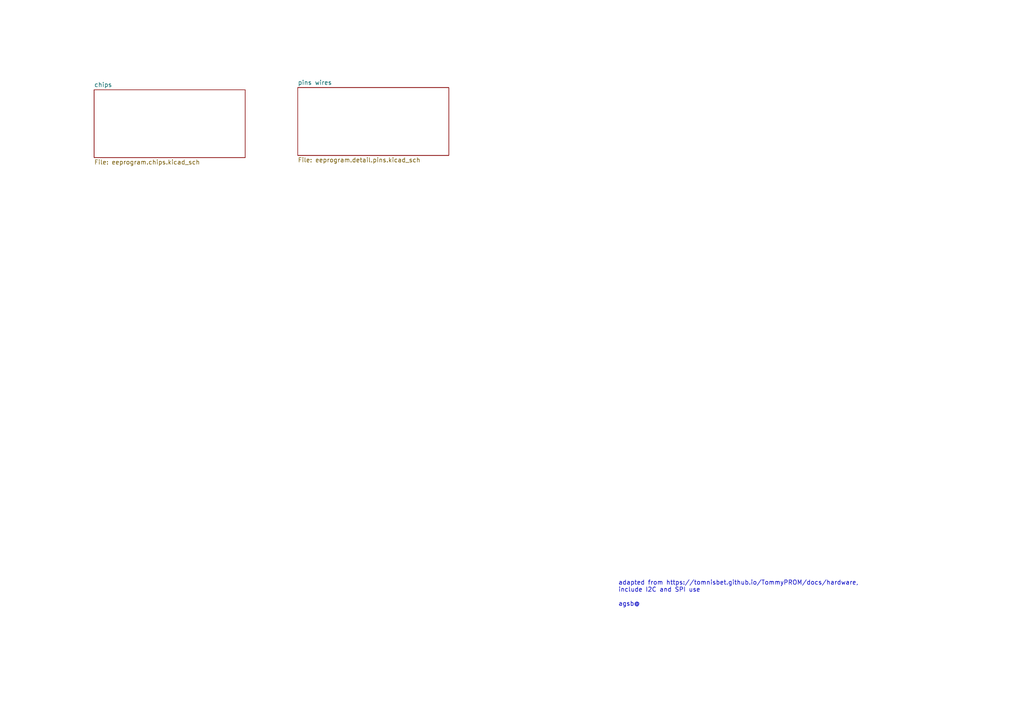
<source format=kicad_sch>
(kicad_sch
	(version 20250114)
	(generator "eeschema")
	(generator_version "9.0")
	(uuid "e63e39d7-6ac0-4ffd-8aa3-1841a4541b55")
	(paper "A4")
	(lib_symbols)
	(text "adapted from https://tomnisbet.github.io/TommyPROM/docs/hardware,\ninclude I2C and SPI use\n\nagsb@"
		(exclude_from_sim no)
		(at 179.324 172.212 0)
		(effects
			(font
				(size 1.27 1.27)
			)
			(justify left)
		)
		(uuid "251b4d8b-e941-42a9-a646-4d50fc665f25")
	)
	(sheet
		(at 86.36 25.4)
		(size 43.815 19.685)
		(exclude_from_sim no)
		(in_bom yes)
		(on_board yes)
		(dnp no)
		(fields_autoplaced yes)
		(stroke
			(width 0.1524)
			(type solid)
		)
		(fill
			(color 0 0 0 0.0000)
		)
		(uuid "3ff562d2-ee1e-4298-938a-8491920633e1")
		(property "Sheetname" "pins wires"
			(at 86.36 24.6884 0)
			(effects
				(font
					(size 1.27 1.27)
				)
				(justify left bottom)
			)
		)
		(property "Sheetfile" "eeprogram.detail.pins.kicad_sch"
			(at 86.36 45.6696 0)
			(effects
				(font
					(size 1.27 1.27)
				)
				(justify left top)
			)
		)
		(instances
			(project "eeprogrammer"
				(path "/e63e39d7-6ac0-4ffd-8aa3-1841a4541b55"
					(page "2")
				)
			)
		)
	)
	(sheet
		(at 27.305 26.035)
		(size 43.815 19.685)
		(exclude_from_sim no)
		(in_bom yes)
		(on_board yes)
		(dnp no)
		(fields_autoplaced yes)
		(stroke
			(width 0.1524)
			(type solid)
		)
		(fill
			(color 0 0 0 0.0000)
		)
		(uuid "c700cc24-048d-46f8-b3a5-28fcde6eca54")
		(property "Sheetname" "chips"
			(at 27.305 25.3234 0)
			(effects
				(font
					(size 1.27 1.27)
				)
				(justify left bottom)
			)
		)
		(property "Sheetfile" "eeprogram.chips.kicad_sch"
			(at 27.305 46.3046 0)
			(effects
				(font
					(size 1.27 1.27)
				)
				(justify left top)
			)
		)
		(instances
			(project "eeprogrammer"
				(path "/e63e39d7-6ac0-4ffd-8aa3-1841a4541b55"
					(page "3")
				)
			)
		)
	)
	(sheet_instances
		(path "/"
			(page "1")
		)
	)
	(embedded_fonts no)
)

</source>
